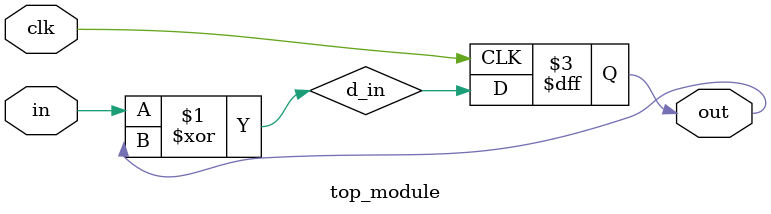
<source format=sv>
module top_module (
    input clk,
    input in,
    output logic out
);

    logic d_in;

    // XOR gate
    assign d_in = in ^ out;

    // D Flip-Flop
    always_ff @(posedge clk) begin
        out <= d_in;
    end

endmodule

</source>
